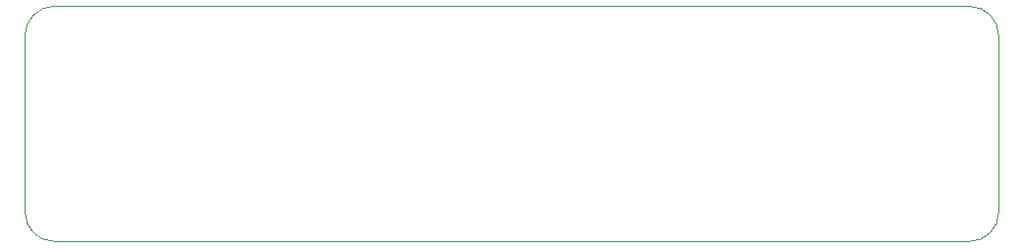
<source format=gm1>
G04*
G04 #@! TF.GenerationSoftware,Altium Limited,Altium Designer,20.1.11 (218)*
G04*
G04 Layer_Color=16711935*
%FSLAX43Y43*%
%MOMM*%
G71*
G04*
G04 #@! TF.SameCoordinates,BD5628E5-7E1B-49FB-A763-C87F1538D8A8*
G04*
G04*
G04 #@! TF.FilePolarity,Positive*
G04*
G01*
G75*
%ADD11C,0.100*%
D11*
X83820Y17780D02*
G03*
X81280Y20320I-2540J0D01*
G01*
Y0D02*
G03*
X83820Y2540I0J2540D01*
G01*
X0D02*
G03*
X2540Y0I2540J0D01*
G01*
Y20320D02*
G03*
X0Y17780I0J-2540D01*
G01*
Y2540D02*
Y17780D01*
X2540Y20320D02*
X81280Y20320D01*
X83820Y2540D02*
Y17780D01*
X2540Y0D02*
X81280Y0D01*
M02*

</source>
